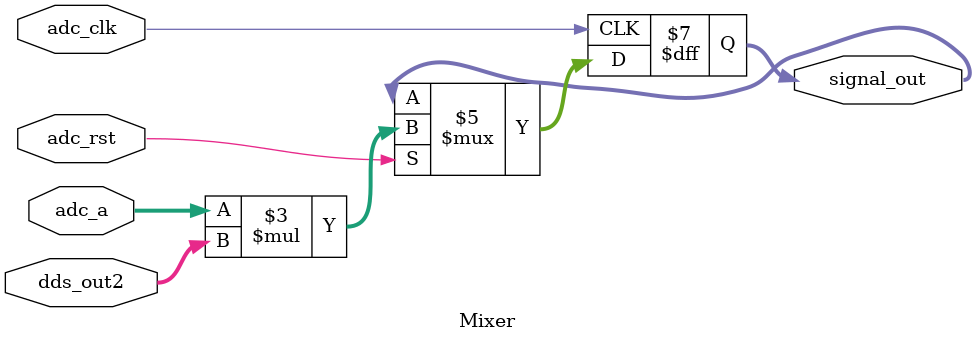
<source format=v>
`timescale 1ns / 1ps

module LockIn(

    input  wire										adc_clk,  //define inputs
	input  wire										adc_rst,
	input  wire			[23:0]					    pinc_in,        //incoming phase
	input  wire signed	[23:0]						poff_in,        //phase offset
	
	input  wire signed	[15:0]						adc_a,          //mod signal in
	output reg  signed	[31:0]						signal_out,     //mixed signal out
	output wire signed	[23:0]						LO_out          //Local Oscil out
);

// DDSs
wire		   [23:0] dds_phase1;
reg			[23:0] dds_phase2;
wire signed [15:0] dds_out2;

dds_PG_pw24 PG_inst(                //defines 300Khz (alter IP to change this) sine wave, has PHASE OUTPUT
	.clk(adc_clk),
	.pinc_in(pinc_in),
	.phase_out(dds_phase1)            //sets phase for LO and SMA output
);

always @(posedge adc_clk) begin              //Phase adjuster
	dds_phase2 <= dds_phase1 + poff_in;     //Wire poff_in to a variable dial?
end

dds_LUT_pw24_ow24 LUT_inst1(
	.clk(adc_clk),
	.phase_in(dds_phase1),     //phase input
	.sine(LO_out)              //output sine wave
);

dds_LUT_pw24_ow16 LUT_inst2(
	.clk(adc_clk),
	.phase_in(dds_phase2),         //phase input
	.sine(dds_out2)                //output sine wave
);

assign LO_out = dac_a;

endmodule

module Mixer(adc_a, dds_out2, signal_out, adc_clk, adc_rst);

// Mixer

input wire signed [15:0] adc_a;         //Modulated signal into mixer
input wire signed [23:0] dds_out2;      //LO into mixer
input wire adc_clk;
input wire adc_rst;
output reg signed [31:0] signal_out;    //Signal out of mixer

always @(posedge adc_clk) begin
if (adc_rst == 1'b0) begin //reset
end else begin
	signal_out <= adc_a*dds_out2; //Mixing
end
end

endmodule

// Low pass filters - are located in the parent module


</source>
